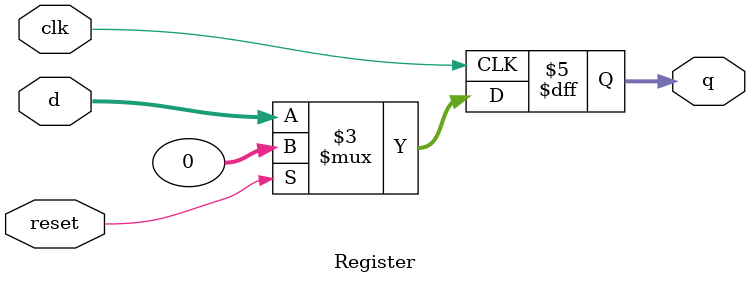
<source format=sv>
module Register #(parameter N=32)(
	input logic clk, reset,
	input logic [N:1] d,
	output logic [N:1] q
);			
	always_ff @(posedge clk)
		if(reset) 	q<=0;
		else 		 q<=d;

endmodule 

</source>
